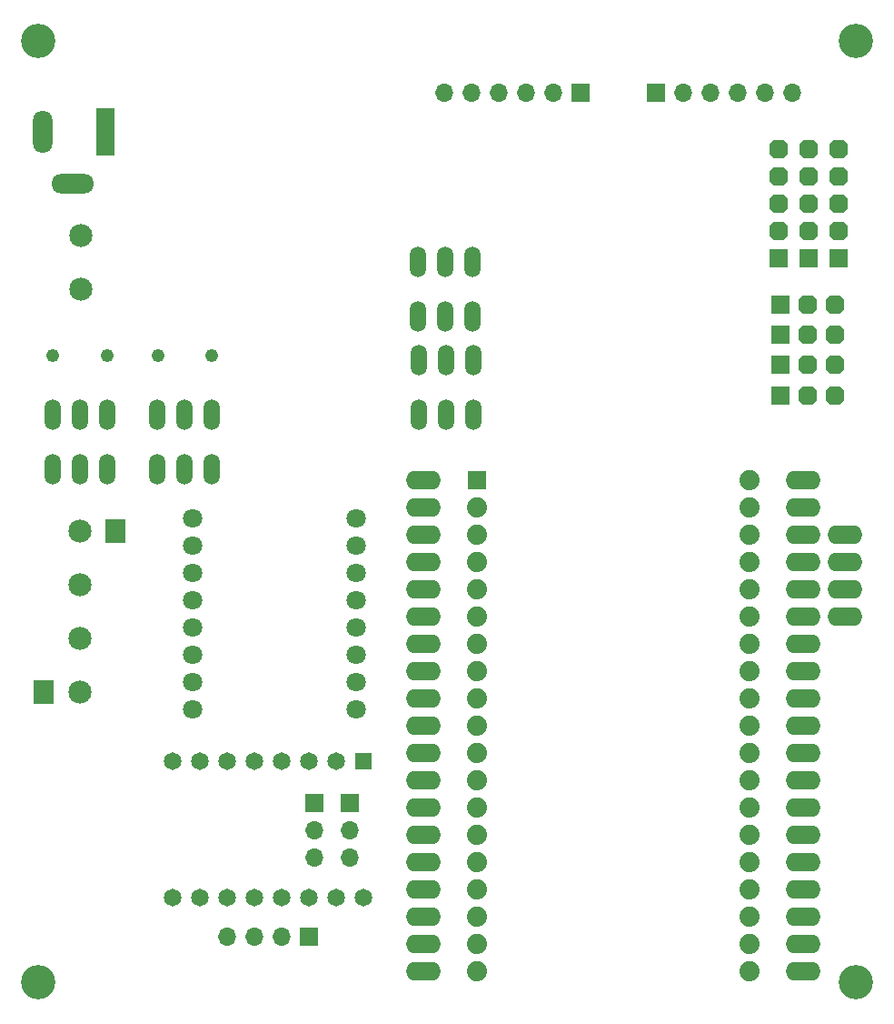
<source format=gbr>
%TF.GenerationSoftware,KiCad,Pcbnew,6.0.8-f2edbf62ab~116~ubuntu20.04.1*%
%TF.CreationDate,2022-10-27T00:05:35+05:30*%
%TF.ProjectId,sra_dev_board_2022,7372615f-6465-4765-9f62-6f6172645f32,rev?*%
%TF.SameCoordinates,Original*%
%TF.FileFunction,Soldermask,Bot*%
%TF.FilePolarity,Negative*%
%FSLAX46Y46*%
G04 Gerber Fmt 4.6, Leading zero omitted, Abs format (unit mm)*
G04 Created by KiCad (PCBNEW 6.0.8-f2edbf62ab~116~ubuntu20.04.1) date 2022-10-27 00:05:35*
%MOMM*%
%LPD*%
G01*
G04 APERTURE LIST*
G04 Aperture macros list*
%AMRoundRect*
0 Rectangle with rounded corners*
0 $1 Rounding radius*
0 $2 $3 $4 $5 $6 $7 $8 $9 X,Y pos of 4 corners*
0 Add a 4 corners polygon primitive as box body*
4,1,4,$2,$3,$4,$5,$6,$7,$8,$9,$2,$3,0*
0 Add four circle primitives for the rounded corners*
1,1,$1+$1,$2,$3*
1,1,$1+$1,$4,$5*
1,1,$1+$1,$6,$7*
1,1,$1+$1,$8,$9*
0 Add four rect primitives between the rounded corners*
20,1,$1+$1,$2,$3,$4,$5,0*
20,1,$1+$1,$4,$5,$6,$7,0*
20,1,$1+$1,$6,$7,$8,$9,0*
20,1,$1+$1,$8,$9,$2,$3,0*%
%AMFreePoly0*
4,1,25,0.440719,0.844196,0.452842,0.833842,0.833842,0.452842,0.862349,0.396894,0.863600,0.381000,0.863600,-0.381000,0.844196,-0.440719,0.833842,-0.452842,0.452842,-0.833842,0.396894,-0.862349,0.381000,-0.863600,-0.381000,-0.863600,-0.440719,-0.844196,-0.452842,-0.833842,-0.833842,-0.452842,-0.862349,-0.396894,-0.863600,-0.381000,-0.863600,0.381000,-0.844196,0.440719,-0.833842,0.452842,
-0.452842,0.833842,-0.396894,0.862349,-0.381000,0.863600,0.381000,0.863600,0.440719,0.844196,0.440719,0.844196,$1*%
G04 Aperture macros list end*
%ADD10RoundRect,0.101600X0.762000X-0.762000X0.762000X0.762000X-0.762000X0.762000X-0.762000X-0.762000X0*%
%ADD11FreePoly0,90.000000*%
%ADD12C,2.153200*%
%ADD13O,3.251200X1.727200*%
%ADD14R,1.650000X1.650000*%
%ADD15C,1.650000*%
%ADD16RoundRect,0.101600X0.762000X0.762000X-0.762000X0.762000X-0.762000X-0.762000X0.762000X-0.762000X0*%
%ADD17FreePoly0,180.000000*%
%ADD18RoundRect,0.101600X-0.850000X-1.000000X0.850000X-1.000000X0.850000X1.000000X-0.850000X1.000000X0*%
%ADD19R,1.700000X1.700000*%
%ADD20O,1.700000X1.700000*%
%ADD21C,3.200000*%
%ADD22C,1.800000*%
%ADD23O,1.524000X2.844800*%
%ADD24C,1.219000*%
%ADD25R,1.800000X4.400000*%
%ADD26O,1.800000X4.000000*%
%ADD27O,4.000000X1.800000*%
%ADD28RoundRect,0.101600X-0.780000X-0.780000X0.780000X-0.780000X0.780000X0.780000X-0.780000X0.780000X0*%
%ADD29C,1.879600*%
G04 APERTURE END LIST*
D10*
%TO.C,J10*%
X141520000Y-56510000D03*
D11*
X144060000Y-56510000D03*
X146600000Y-56510000D03*
%TD*%
D12*
%TO.C,T3*%
X76270000Y-55053723D03*
X76270000Y-50053723D03*
%TD*%
D13*
%TO.C,J5*%
X143569418Y-118588838D03*
X143569418Y-116048838D03*
X143569418Y-113508838D03*
X143569418Y-110968838D03*
X143569418Y-108428838D03*
X143569418Y-105888838D03*
X143569418Y-103348838D03*
X143569418Y-100808838D03*
X143569418Y-98268838D03*
X143569418Y-95728838D03*
X143569418Y-93188838D03*
X143569418Y-90648838D03*
X143569418Y-88108838D03*
X143569418Y-85568838D03*
X143569418Y-83028838D03*
X143569418Y-80488838D03*
X143569418Y-77948838D03*
X143569418Y-75408838D03*
X143569418Y-72868838D03*
%TD*%
D14*
%TO.C,A1*%
X102616000Y-99004500D03*
D15*
X100076000Y-99004500D03*
X97536000Y-99004500D03*
X94996000Y-99004500D03*
X92456000Y-99004500D03*
X89916000Y-99004500D03*
X87376000Y-99004500D03*
X84836000Y-99004500D03*
X84836000Y-111704500D03*
X87376000Y-111704500D03*
X89916000Y-111704500D03*
X92456000Y-111704500D03*
X94996000Y-111704500D03*
X97536000Y-111704500D03*
X100076000Y-111704500D03*
X102616000Y-111704500D03*
%TD*%
D16*
%TO.C,J11*%
X141332544Y-52158000D03*
D17*
X141332544Y-49618000D03*
X141332544Y-47078000D03*
X141332544Y-44538000D03*
X141332544Y-41998000D03*
%TD*%
D18*
%TO.C,TP2*%
X79560000Y-77579497D03*
%TD*%
D19*
%TO.C,J16*%
X98044000Y-102870000D03*
D20*
X98044000Y-105410000D03*
X98044000Y-107950000D03*
%TD*%
D21*
%TO.C,H2*%
X72350000Y-119600000D03*
%TD*%
D19*
%TO.C,J8*%
X129920000Y-36790000D03*
D20*
X132460000Y-36790000D03*
X135000000Y-36790000D03*
X137540000Y-36790000D03*
X140080000Y-36790000D03*
X142620000Y-36790000D03*
%TD*%
D18*
%TO.C,TP1*%
X72860000Y-92579497D03*
%TD*%
D22*
%TO.C,U3*%
X86720000Y-76427582D03*
X86720000Y-78967582D03*
X86720000Y-81507582D03*
X86720000Y-84047582D03*
X86720000Y-86587582D03*
X86720000Y-89127582D03*
X86720000Y-91667582D03*
X86720000Y-94207582D03*
X101960000Y-94207582D03*
X101960000Y-91667582D03*
X101960000Y-89127582D03*
X101960000Y-86587582D03*
X101960000Y-84047582D03*
X101960000Y-81507582D03*
X101960000Y-78967582D03*
X101960000Y-76427582D03*
%TD*%
D16*
%TO.C,J13*%
X146900000Y-52160000D03*
D17*
X146900000Y-49620000D03*
X146900000Y-47080000D03*
X146900000Y-44540000D03*
X146900000Y-42000000D03*
%TD*%
D23*
%TO.C,TB_B1*%
X107780000Y-61657386D03*
X110320000Y-61657386D03*
X112860000Y-61657386D03*
X107780000Y-66737386D03*
X110320000Y-66737386D03*
X112860000Y-66737386D03*
%TD*%
D24*
%TO.C,F2*%
X83485000Y-61280000D03*
X88535000Y-61280000D03*
%TD*%
D10*
%TO.C,J3*%
X141520000Y-64934000D03*
D11*
X144060000Y-64934000D03*
X146600000Y-64934000D03*
%TD*%
D19*
%TO.C,J15*%
X97536000Y-115316000D03*
D20*
X94996000Y-115316000D03*
X92456000Y-115316000D03*
X89916000Y-115316000D03*
%TD*%
D23*
%TO.C,12V_SW1*%
X73680000Y-66762369D03*
X76220000Y-66762369D03*
X78760000Y-66762369D03*
X73680000Y-71842369D03*
X76220000Y-71842369D03*
X78760000Y-71842369D03*
%TD*%
%TO.C,5V_SW1*%
X83400000Y-66770000D03*
X85940000Y-66770000D03*
X88480000Y-66770000D03*
X83400000Y-71850000D03*
X85940000Y-71850000D03*
X88480000Y-71850000D03*
%TD*%
D24*
%TO.C,F1*%
X78715000Y-61280000D03*
X73665000Y-61280000D03*
%TD*%
D10*
%TO.C,J2*%
X141520000Y-59310000D03*
D11*
X144060000Y-59310000D03*
X146600000Y-59310000D03*
%TD*%
D21*
%TO.C,H1*%
X72350000Y-31950000D03*
%TD*%
D13*
%TO.C,J9*%
X147480000Y-85580000D03*
X147480000Y-83040000D03*
X147480000Y-80500000D03*
X147480000Y-77960000D03*
%TD*%
D19*
%TO.C,J7*%
X122890000Y-36780000D03*
D20*
X120350000Y-36780000D03*
X117810000Y-36780000D03*
X115270000Y-36780000D03*
X112730000Y-36780000D03*
X110190000Y-36780000D03*
%TD*%
D25*
%TO.C,J6*%
X78580000Y-40400000D03*
D26*
X72780000Y-40400000D03*
D27*
X75580000Y-45200000D03*
%TD*%
D12*
%TO.C,T1*%
X76210000Y-77579497D03*
X76210000Y-82579497D03*
X76210000Y-87579497D03*
X76210000Y-92579497D03*
%TD*%
D28*
%TO.C,U1*%
X113179418Y-72868838D03*
D29*
X113179418Y-75408838D03*
X113179418Y-77948838D03*
X113179418Y-80488838D03*
X113179418Y-83028838D03*
X113179418Y-85568838D03*
X113179418Y-88108838D03*
X113179418Y-90648838D03*
X113179418Y-93188838D03*
X113179418Y-95728838D03*
X113179418Y-98268838D03*
X113179418Y-100808838D03*
X113179418Y-103348838D03*
X113179418Y-105888838D03*
X113179418Y-108428838D03*
X113179418Y-110968838D03*
X113179418Y-113508838D03*
X113179418Y-116048838D03*
X113179418Y-118588838D03*
X138579418Y-72868838D03*
X138579418Y-75408838D03*
X138579418Y-77948838D03*
X138579418Y-80488838D03*
X138579418Y-83028838D03*
X138579418Y-85568838D03*
X138579418Y-88108838D03*
X138579418Y-90648838D03*
X138579418Y-93188838D03*
X138579418Y-95728838D03*
X138579418Y-98268838D03*
X138579418Y-100808838D03*
X138579418Y-103348838D03*
X138579418Y-105888838D03*
X138579418Y-108428838D03*
X138579418Y-110968838D03*
X138579418Y-113508838D03*
X138579418Y-116048838D03*
X138579418Y-118588838D03*
%TD*%
D23*
%TO.C,TB_A1*%
X107720000Y-52487102D03*
X110260000Y-52487102D03*
X112800000Y-52487102D03*
X107720000Y-57567102D03*
X110260000Y-57567102D03*
X112800000Y-57567102D03*
%TD*%
D21*
%TO.C,H3*%
X148500000Y-119600000D03*
%TD*%
D16*
%TO.C,J12*%
X144122544Y-52166000D03*
D17*
X144122544Y-49626000D03*
X144122544Y-47086000D03*
X144122544Y-44546000D03*
X144122544Y-42006000D03*
%TD*%
D19*
%TO.C,J14*%
X101346000Y-102870000D03*
D20*
X101346000Y-105410000D03*
X101346000Y-107950000D03*
%TD*%
D21*
%TO.C,H4*%
X148500000Y-31950000D03*
%TD*%
D13*
%TO.C,J1*%
X108179418Y-72868838D03*
X108179418Y-75408838D03*
X108179418Y-77948838D03*
X108179418Y-80488838D03*
X108179418Y-83028838D03*
X108179418Y-85568838D03*
X108179418Y-88108838D03*
X108179418Y-90648838D03*
X108179418Y-93188838D03*
X108179418Y-95728838D03*
X108179418Y-98268838D03*
X108179418Y-100808838D03*
X108179418Y-103348838D03*
X108179418Y-105888838D03*
X108179418Y-108428838D03*
X108179418Y-110968838D03*
X108179418Y-113508838D03*
X108179418Y-116048838D03*
X108179418Y-118588838D03*
%TD*%
D10*
%TO.C,J4*%
X141510000Y-62120000D03*
D11*
X144050000Y-62120000D03*
X146590000Y-62120000D03*
%TD*%
M02*

</source>
